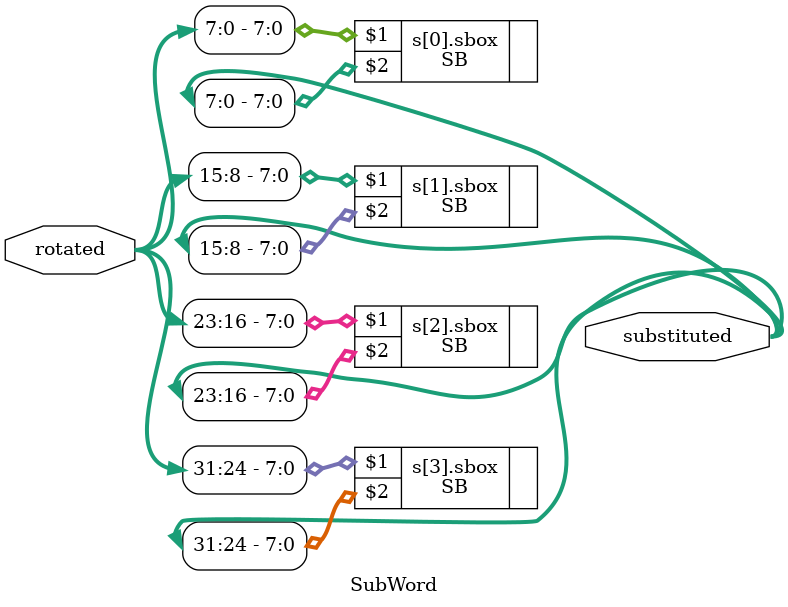
<source format=v>
/* Chen Grapel, Guy Marcus, Verilog Course Final Project: AES implementation. Filename: SubWord.v */
`include "Sbox.v"
`timescale 1ns / 100ps// result evaluated every 1nsec with 100psec resolution

module SubWord(rotated,substituted);/* SubWord module applies the Sbox to each of the four bytes of the 32-bit word it gets from the output of the RotWord module, as part of the AES key expansion implementation.*/

	// parameters definition:
	localparam BYTE=8;// one byte contains 8 bits
	localparam BYTESPERWORD=4;// one word contains 4 bytes
	localparam WORD=BYTE*BYTESPERWORD;// one word contains 32 bits (4*8)

	input wire [(WORD-1):0] rotated;// 32-bits input- the output of the RotWord module
	output wire [(WORD-1):0] substituted;// 32-bits output- input word (rotated) after being substituted in the SB module	

	genvar i;
	generate
		for(i=0; i<BYTESPERWORD; i=i+1)
			begin: s
				SB sbox(rotated[((BYTE*(i+1))-1):(BYTE*i)],substituted[((BYTE*(i+1))-1):(BYTE*i)]);
			end
	endgenerate
	/*
	applies the Sbox module to each byte of the input word, and assigns the Sbox'es output into the corresponding byte of the output word:
	for i=0: rotated[7:0] -> sbox input..sbox operation..sbox output -> substituted[7:0]
	for i=1: rotated[15:8] -> sbox input..sbox operation..sbox output -> substituted[15:8]
	for i=2: rotated[23:16] -> sbox input..sbox operation..sbox output -> substituted[23:16]
	for i=3: rotated[31:24] -> sbox input..sbox operation..sbox output -> substituted[31:24]
	*/

endmodule

</source>
